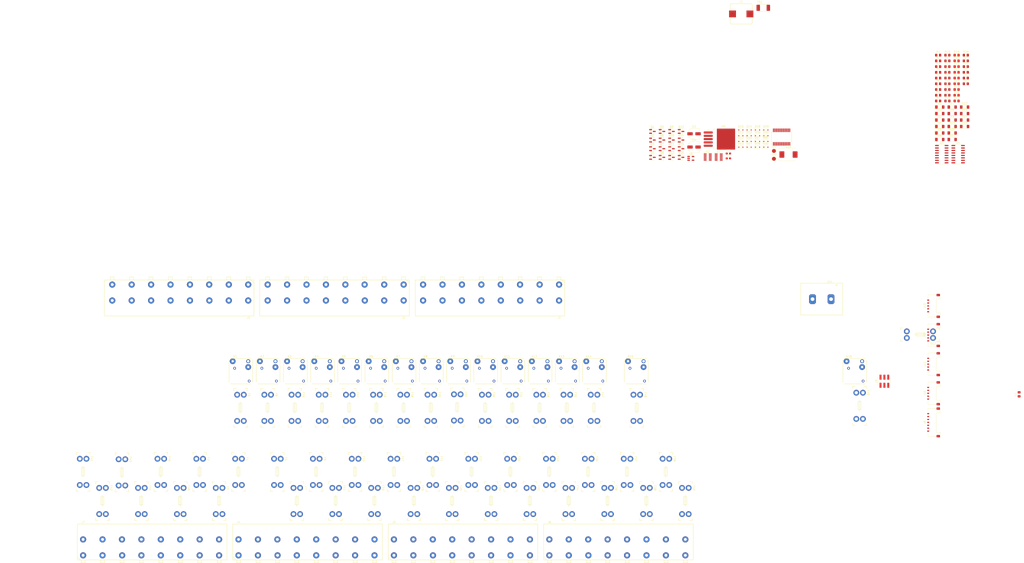
<source format=kicad_pcb>
(kicad_pcb (version 20241229) (generator "pcbnew") (generator_version "9.0")
  (layers (0 "F.Cu" signal) (2 "B.Cu" signal) (13 "F.Paste" user) (15 "B.Paste" user) (5 "F.SilkS" user "F.Silkscreen") (7 "B.SilkS" user "B.Silkscreen") (1 "F.Mask" user) (3 "B.Mask" user) (25 "Edge.Cuts" user))
  (net 0 "")
  (net 1 "GND")
  (net 2 "+5V")
  (net 3 "/status0")
  (net 4 "/status1")
  (net 5 "/status2")
  (net 6 "/status3")
  (net 7 "/status4")
  (net 8 "/status5")
  (net 9 "/status6")
  (net 10 "/status7")
  (net 11 "/status8")
  (net 12 "+12V")
  (net 13 "Net-(D10-A)")
  (net 14 "Net-(D11-A)")
  (net 15 "Net-(D12-A)")
  (net 16 "Net-(D13-A)")
  (net 17 "Net-(D14-A)")
  (net 18 "Net-(D15-A)")
  (net 19 "Net-(D16-A)")
  (net 20 "Net-(D17-A)")
  (net 21 "Net-(D18-A)")
  (net 22 "/status9")
  (net 23 "/status10")
  (net 24 "/status11")
  (net 25 "/status12")
  (net 26 "/status13")
  (net 27 "/status14")
  (net 28 "/status15")
  (net 29 "Net-(D26-A)")
  (net 30 "Net-(D27-A)")
  (net 31 "Net-(D28-A)")
  (net 32 "Net-(D29-A)")
  (net 33 "Net-(D30-A)")
  (net 34 "Net-(D31-A)")
  (net 35 "Net-(D32-A)")
  (net 36 "Net-(F5-Pad1)")
  (net 37 "Net-(F7-Pad1)")
  (net 38 "Net-(F9-Pad1)")
  (net 39 "Net-(F11-Pad1)")
  (net 40 "Net-(F13-Pad1)")
  (net 41 "Net-(F15-Pad1)")
  (net 42 "Net-(F17-Pad1)")
  (net 43 "Net-(F41-Pad1)")
  (net 44 "Net-(F24-Pad1)")
  (net 45 "Net-(F28-Pad1)")
  (net 46 "/en0")
  (net 47 "/en1")
  (net 48 "/en2")
  (net 49 "/en3")
  (net 50 "/en4")
  (net 51 "/en5")
  (net 52 "/en6")
  (net 53 "/en7")
  (net 54 "/en8")
  (net 55 "/en9")
  (net 56 "/en10")
  (net 57 "/en11")
  (net 58 "/en12")
  (net 59 "/en13")
  (net 60 "/en14")
  (net 61 "/en15")
  (net 62 "Net-(U2-COM)")
  (net 63 "VDD")
  (net 64 "Net-(U2-C)")
  (net 65 "Net-(U2-A)")
  (net 66 "Net-(U2-B)")
  (net 67 "Net-(U3-RA1)")
  (net 88 "Net-(U1-~{RST})")
  (net 90 "Net-(U1-LATCH_CLK)")
  (net 93 "Net-(U1-A)")
  (net 97 "Net-(U1-SHIFT_CLK)")
  (net 99 "Net-(U1-SQ_{H})")
  (net 101 "Net-(D33-K)")
  (net 102 "Net-(U5-IN)")
  (net 103 "Net-(F19-Pad1)")
  (net 104 "Net-(F21-Pad1)")
  (net 105 "Net-(F26-Pad1)")
  (net 106 "Net-(F30-Pad1)")
  (net 107 "Net-(F32-Pad1)")
  (net 108 "Net-(F36-Pad1)")
  (net 109 "Net-(J9-Pin_1)")
  (net 110 "Net-(J9-Pin_4)")
  (net 111 "Net-(J9-Pin_5)")
  (net 112 "Net-(J10-Pin_4)")
  (net 113 "Net-(J10-Pin_3)")
  (net 115 "/s_bilge_pump")
  (net 116 "/bilge_pump")
  (net 117 "/main1")
  (net 118 "/12V")
  (net 119 "/main2")
  (net 120 "/main3")
  (net 121 "/autopilot")
  (net 122 "/s_autopilot")
  (net 123 "/bow_light")
  (net 124 "/s_bow_light")
  (net 125 "/stern_light")
  (net 126 "/s_stern_light")
  (net 127 "/steaming_light")
  (net 128 "/s_steaming_light")
  (net 129 "/anchor_light")
  (net 130 "/s_anchor_light")
  (net 131 "/tricolor")
  (net 132 "/s_tricolor")
  (net 133 "/fresh_water_pump")
  (net 134 "/s_fresh_water_pump")
  (net 135 "/fridge")
  (net 136 "/s_fridge")
  (net 137 "/inverter")
  (net 138 "/s_inverter")
  (net 139 "/aux1")
  (net 140 "/s_aux1")
  (net 141 "/aux2")
  (net 142 "/s_aux2")
  (net 143 "/aux3")
  (net 144 "/USB")
  (net 145 "/s_USB")
  (net 146 "/cabin_light1")
  (net 147 "/cabin_light2")
  (net 148 "/deck_light")
  (net 149 "/cockpit_light")
  (net 150 "/chartplotter")
  (net 151 "/VHF")
  (net 152 "/depth_meter")
  (net 153 "/aux_instrument1")
  (net 154 "/aux_instrument2")
  (net 155 "/panel_main1")
  (net 156 "/panel_main2")
  (net 157 "/panel_main3")
  (net 158 "/panel_main4")
  (net 159 "/panel_main5")
  (net 160 "/panel_main6")
  (net 161 "/s_cabin_lights")
  (net 162 "/s_instruments")
  (net 163 "/fuel_tank")
  (net 164 "/fresh_water_tank")
  (net 166 "/ac_power")
  (net 167 "/bilge_float")
  (net 168 "/shore_power")
  (footprint "panel-library:Fuse-Keystone-3557-2" (layer "F.Cu") (at 198.7 222.25 -90)
    (property "Reference" "F7")
    (property "Value" "Fuse")
  )
  (footprint "Package_TO_SOT_SMD:SOT-23" (layer "F.Cu") (at 384.97 43.05)
    (property "Reference" "Q6")
    (property "Value" "2N7002")
  )
  (footprint "Diode_SMD:D_SMC" (layer "F.Cu") (at 450.095 50.5)
    (property "Reference" "D33")
    (property "Value" "B340")
  )
  (footprint "Diode_SMD:D_MiniMELF" (layer "F.Cu") (at 534.37 36.065)
    (property "Reference" "D19")
    (property "Value" "BZV55C5V1")
  )
  (footprint "Package_TO_SOT_SMD:SOT-23" (layer "F.Cu") (at 394.79 47.5)
    (property "Reference" "Q15")
    (property "Value" "2N7002")
  )
  (footprint "Resistor_SMD:R_0805_2012Metric_Pad1.20x1.40mm_HandSolder" (layer "F.Cu") (at 531.88 14.05)
    (property "Reference" "R15")
    (property "Value" "20k")
  )
  (footprint "Resistor_SMD:R_0805_2012Metric_Pad1.20x1.40mm_HandSolder" (layer "F.Cu") (at 527.13 14.05)
    (property "Reference" "R6")
    (property "Value" "100k")
  )
  (footprint "panel-library:Fuse-Keystone-3557-2" (layer "F.Cu") (at 338.7 222.25 -90)
    (property "Reference" "F34")
    (property "Value" "Fuse")
  )
  (footprint "panel-library:Fuse-Keystone-3557-2" (layer "F.Cu") (at 388.7 207.25 -90)
    (property "Reference" "F39")
    (property "Value" "Fuse")
  )
  (footprint "Diode_SMD:D_MiniMELF" (layer "F.Cu") (at 540.765 26.045)
    (property "Reference" "D22")
    (property "Value" "BZV55C5V1")
  )
  (footprint "Resistor_SMD:R_0805_2012Metric_Pad1.20x1.40mm_HandSolder" (layer "F.Cu") (at 531.88 17)
    (property "Reference" "R16")
    (property "Value" "20k")
  )
  (footprint "Resistor_SMD:R_0805_2012Metric_Pad1.20x1.40mm_HandSolder" (layer "F.Cu") (at 536.63 22.9)
    (property "Reference" "R27")
    (property "Value" "20k")
  )
  (footprint "panel-library:Fuse-Keystone-3557-2" (layer "F.Cu") (at 248.7 207.25 -90)
    (property "Reference" "F17")
    (property "Value" "Fuse")
  )
  (footprint "panel-library:Fuse-Keystone-3557-2" (layer "F.Cu") (at 238.7 222.25 -90)
    (property "Reference" "F15")
    (property "Value" "Fuse")
  )
  (footprint "Resistor_SMD:R_0805_2012Metric_Pad1.20x1.40mm_HandSolder" (layer "F.Cu") (at 527.13 22.9)
    (property "Reference" "R9")
    (property "Value" "100k")
  )
  (footprint "panel-library:Fuse-Keystone-3557-2" (layer "F.Cu") (at 348.7 207.25 -90)
    (property "Reference" "F35")
    (property "Value" "Fuse")
  )
  (footprint "Resistor_SMD:R_0805_2012Metric_Pad1.20x1.40mm_HandSolder" (layer "F.Cu") (at 541.38 8.15)
    (property "Reference" "R31")
    (property "Value" "20k")
  )
  (footprint "Package_TO_SOT_SMD:SOT-23" (layer "F.Cu") (at 394.79 51.95)
    (property "Reference" "Q16")
    (property "Value" "2N7002")
  )
  (footprint "Resistor_SMD:R_0805_2012Metric_Pad1.20x1.40mm_HandSolder" (layer "F.Cu") (at 531.88 19.95)
    (property "Reference" "R17")
    (property "Value" "20k")
  )
  (footprint "Package_TO_SOT_SMD:SOT-23" (layer "F.Cu") (at 394.79 38.6)
    (property "Reference" "Q13")
    (property "Value" "2N7002")
  )
  (footprint "Diode_SMD:D_SOD-323" (layer "F.Cu") (at 425.565 40.8)
    (property "Reference" "D11")
    (property "Value" "1N4448WS")
  )
  (footprint "Diode_SMD:D_MiniMELF" (layer "F.Cu") (at 540.765 36.065)
    (property "Reference" "D25")
    (property "Value" "BZV55C5V1")
  )
  (footprint "panel-library:Fuse-Keystone-3557-2" (layer "F.Cu") (at 259 222.25 -90)
    (property "Reference" "F19")
    (property "Value" "Fuse")
  )
  (footprint "panel-library:Fuse-Keystone-3557-2" (layer "F.Cu") (at 524.5 145 180)
    (property "Reference" "F23")
    (property "Value" "Fuse")
  )
  (footprint "Resistor_SMD:R_0805_2012Metric_Pad1.20x1.40mm_HandSolder" (layer "F.Cu") (at 527.13 19.95)
    (property "Reference" "R8")
    (property "Value" "100k")
  )
  (footprint "Resistor_SMD:R_0805_2012Metric_Pad1.20x1.40mm_HandSolder" (layer "F.Cu") (at 536.63 2.25)
    (property "Reference" "R20")
    (property "Value" "100k")
  )
  (footprint "panel-library:Fuse-Keystone-3557-2" (layer "F.Cu") (at 253.7 174.25 -90)
    (property "Reference" "F18")
    (property "Value" "~")
  )
  (footprint "Package_SO:Texas_DYY0016A_TSOT-23-16_2x4.2mm_P0.5mm" (layer "F.Cu") (at 414.17 51.805)
    (property "Reference" "U7")
    (property "Value" "SN74LV4051A")
  )
  (footprint "panel-library:Con-Amphenol-QT08CDP" (layer "F.Cu") (at 247 248.8)
    (property "Reference" "J5")
    (property "Value" "Conn_02x08_Top_Bottom")
  )
  (footprint "Resistor_SMD:R_0805_2012Metric_Pad1.20x1.40mm_HandSolder" (layer "F.Cu") (at 541.38 14.05)
    (property "Reference" "R33")
    (property "Value" "10k")
  )
  (footprint "Resistor_SMD:R_0805_2012Metric_Pad1.20x1.40mm_HandSolder" (layer "F.Cu") (at 536.63 8.15)
    (property "Reference" "R22")
    (property "Value" "100k")
  )
  (footprint "Resistor_SMD:R_0805_2012Metric_Pad1.20x1.40mm_HandSolder" (layer "F.Cu") (at 531.88 22.9)
    (property "Reference" "R18")
    (property "Value" "20k")
  )
  (footprint "Package_TO_SOT_SMD:SOT-23" (layer "F.Cu") (at 384.97 51.95)
    (property "Reference" "Q8")
    (property "Value" "2N7002")
  )
  (footprint "Resistor_SMD:R_0805_2012Metric_Pad1.20x1.40mm_HandSolder" (layer "F.Cu") (at 536.63 19.95)
    (property "Reference" "R26")
    (property "Value" "20k")
  )
  (footprint "Diode_SMD:D_SOD-323" (layer "F.Cu") (at 434.155 40.8)
    (property "Reference" "D26")
    (property "Value" "1N4448WS")
  )
  (footprint "Resistor_SMD:R_0805_2012Metric_Pad1.20x1.40mm_HandSolder" (layer "F.Cu") (at 536.63 14.05)
    (property "Reference" "R24")
    (property "Value" "100k")
  )
  (footprint "panel-library:Fuse-Keystone-3557-2" (layer "F.Cu") (at 398.7 222.25 -90)
    (property "Reference" "F40")
    (property "Value" "Fuse")
  )
  (footprint "panel-library:Relay-TE-V23086-C1xxx" (layer "F.Cu") (at 177.5 157)
    (property "Reference" "K2")
    (property "Value" "G5Q-1")
  )
  (footprint "Diode_SMD:D_SOD-323" (layer "F.Cu") (at 425.565 37.85)
    (property "Reference" "D10")
    (property "Value" "1N4448WS")
  )
  (footprint "Capacitor_SMD:C_0603_1608Metric_Pad1.08x0.95mm_HandSolder" (layer "F.Cu") (at 419.17 49.98)
    (property "Reference" "C3")
    (property "Value" "1uF")
  )
  (footprint "panel-library:Fuse-Keystone-3557-2" (layer "F.Cu") (at 108.7 207.5 -90)
    (property "Reference" "F43")
    (property "Value" "Fuse")
  )
  (footprint "panel-library:Relay-TE-V23086-C1xxx" (layer "F.Cu") (at 205.5 157)
    (property "Reference" "K4")
    (property "Value" "G5Q-1")
  )
  (footprint "Package_TO_SOT_SMD:SOT-23" (layer "F.Cu") (at 389.88 38.6)
    (property "Reference" "Q9")
    (property "Value" "2N7002")
  )
  (footprint "Resistor_SMD:R_0805_2012Metric_Pad1.20x1.40mm_HandSolder" (layer "F.Cu") (at 531.88 5.2)
    (property "Reference" "R12")
    (property "Value" "20k")
  )
  (footprint "Package_TO_SOT_SMD:SOT-23" (layer "F.Cu") (at 384.97 47.5)
    (property "Reference" "Q7")
    (property "Value" "2N7002")
  )
  (footprint "Diode_SMD:D_SOD-323" (layer "F.Cu") (at 438.45 40.8)
    (property "Reference" "D30")
    (property "Value" "1N4448WS")
  )
  (footprint "panel-library:Fuse-Keystone-3557-2" (layer "F.Cu") (at 267.7 174.25 -90)
    (property "Reference" "F20")
    (property "Value" "~")
  )
  (footprint "panel-library:Fuse-Keystone-3557-2" (layer "F.Cu") (at 298.7 222.25 -90)
    (property "Reference" "F29")
    (property "Value" "~")
  )
  (footprint "Diode_SMD:D_SOD-323" (layer "F.Cu") (at 425.565 43.75)
    (property "Reference" "D12")
    (property "Value" "1N4448WS")
  )
  (footprint "Diode_SMD:D_SOD-323" (layer "F.Cu") (at 438.45 43.75)
    (property "Reference" "D31")
    (property "Value" "1N4448WS")
  )
  (footprint "Resistor_SMD:R_0805_2012Metric_Pad1.20x1.40mm_HandSolder" (layer "F.Cu") (at 536.63 5.2)
    (property "Reference" "R21")
    (property "Value" "100k")
  )
  (footprint "panel-library:Fuse-Keystone-3557-2" (layer "F.Cu") (at 309.7 174.25 -90)
    (property "Reference" "F24")
    (property "Value" "Fuse")
  )
  (footprint "panel-library:Fuse-Keystone-3557-2" (layer "F.Cu") (at 228.7 207.25 -90)
    (property "Reference" "F13")
    (property "Value" "Fuse")
  )
  (footprint "panel-library:Fuse-Keystone-3557-2" (layer "F.Cu") (at 268.7 207.25 -90)
    (property "Reference" "F21")
    (property "Value" "Fuse")
  )
  (footprint "panel-library:Fuse-Keystone-3557-2" (layer "F.Cu") (at 373.7 174.25 -90)
    (property "Reference" "F48")
    (property "Value" "~")
  )
  (footprint "Package_SO:SOIC-16_3.9x9.9mm_P1.27mm" (layer "F.Cu") (at 528.98 50.315)
    (property "Reference" "U1")
    (property "Value" "MC74HCT595A")
  )
  (footprint "panel-library:Relay-TE-V23086-C1xxx" (layer "F.Cu") (at 331.5 157)
    (property "Reference" "K13")
    (property "Value" "G5Q-1")
  )
  (footprint "Package_TO_SOT_SMD:SOT-23-5" (layer "F.Cu") (at 399.82 52.475)
    (property "Reference" "U6")
    (property "Value" "XC6210B502MR-G")
  )
  (footprint "panel-library:Fuse-Keystone-3557-2" (layer "F.Cu") (at 337.7 174.25 -90)
    (property "Reference" "F30")
    (property "Value" "Fuse")
  )
  (footprint "TestPoint:TestPoint_Pad_D2.0mm" (layer "F.Cu") (at 442.6 52.7)
    (property "Reference" "TP2")
    (property "Value" "+12VFUSE")
  )
  (footprint "panel-library:Fuse-Keystone-3557-2" (layer "F.Cu") (at 368.7 207.25 -90)
    (property "Reference" "F37")
    (property "Value" "Fuse")
  )
  (footprint "Diode_SMD:D_MiniMELF" (layer "F.Cu") (at 527.975 39.405)
    (property "Reference" "D5")
    (property "Value" "BZV55C5V1")
  )
  (footprint "Resistor_SMD:R_0805_2012Metric_Pad1.20x1.40mm_HandSolder" (layer "F.Cu") (at 527.13 11.1)
    (property "Reference" "R5")
    (property "Value" "100k")
  )
  (footprint "Resistor_SMD:R_0805_2012Metric_Pad1.20x1.40mm_HandSolder" (layer "F.Cu") (at 527.13 2.25)
    (property "Reference" "R2")
    (property "Value" "100k")
  )
  (footprint "panel-library:J_Molex_38710-6302" (layer "F.Cu") (at 467.235 125)
    (property "Reference" "J14")
    (property "Value" "Conn_01x02_Socket")
  )
  (footprint "Resistor_SMD:R_0805_2012Metric_Pad1.20x1.40mm_HandSolder" (layer "F.Cu") (at 527.13 17)
    (property "Reference" "R7")
    (property "Value" "100k")
  )
  (footprint "Diode_SMD:D_MiniMELF" (layer "F.Cu") (at 534.37 39.405)
    (property "Reference" "D20")
    (property "Value" "BZV55C5V1")
  )
  (footprint "Package_TO_SOT_SMD:SOT-23" (layer "F.Cu") (at 380.06 43.05)
    (property "Reference" "Q2")
    (property "Value" "2N7002")
  )
  (footprint "panel-library:Fuse-Keystone-3557-2" (layer "F.Cu") (at 295.7 174.25 -90)
    (property "Reference" "F26")
    (property "Value" "Fuse")
  )
  (footprint "panel-library:SSOP-5.3mm" (layer "F.Cu") (at 446.535 41.5)
    (property "Reference" "U3")
    (property "Value" "PIC18F26Q84-I/SS")
  )
  (footprint "Diode_SMD:D_SOD-323" (layer "F.Cu") (at 425.565 46.7)
    (property "Reference" "D13")
    (property "Value" "1N4448WS")
  )
  (footprint "Connector_Molex:Molex_Pico-Lock_504050-0591_1x05-1MP_P1.50mm_Horizontal" (layer "F.Cu") (at 524.795 158.5 90)
    (property "Reference" "J11")
    (property "Value" "Conn_01x05_Socket")
  )
  (footprint "panel-library:Fuse-Keystone-3557-2" (layer "F.Cu") (at 278.7 222.25 -90)
    (property "Reference" "F25")
    (property "Value" "~")
  )
  (footprint "Diode_SMD:D_SOD-323" (layer "F.Cu") (at 429.86 37.85)
    (property "Reference" "D14")
    (property "Value" "1N4448WS")
  )
  (footprint "Diode_SMD:D_MiniMELF" (layer "F.Cu") (at 534.37 29.385)
    (property "Reference" "D8")
    (property "Value" "BZV55C5V1")
  )
  (footprint "Resistor_SMD:R_0805_2012Metric_Pad1.20x1.40mm_HandSolder" (layer "F.Cu") (at 536.63 -0.7)
    (property "Reference" "R19")
    (property "Value" "100k")
  )
  (footprint "Diode_SMD:D_SOD-323" (layer "F.Cu") (at 434.155 37.85)
    (property "Reference" "D18")
    (property "Value" "1N4448WS")
  )
  (footprint "Diode_SMD:D_MiniMELF" (layer "F.Cu") (at 527.975 32.725)
    (property "Reference" "D3")
    (property "Value" "BZV55C5V1")
  )
  (footprint "Connector_PinHeader_2.00mm:PinHeader_2x03_P2.00mm_Vertical_SMD" (layer "F.Cu") (at 499.46 167.3 90)
    (property "Reference" "J9")
    (property "Value" "Conn_01x05_Socket")
  )
  (footprint "Resistor_SMD:R_0805_2012Metric_Pad1.20x1.40mm_HandSolder" (layer "F.Cu") (at 527.13 5.2)
    (property "Reference" "R3")
    (property "Value" "100k")
  )
  (footprint "panel-library:Relay-TE-V23086-C1xxx" (layer "F.Cu") (at 233.5 157)
    (property "Reference" "K6")
    (property "Value" "G5Q-1")
  )
  (footprint "panel-library:Fuse-Keystone-3557-2" (layer "F.Cu") (at 168.7 207.25 -90)
    (property "Reference" "F4")
    (property "Value" "Fuse")
  )
  (footprint "Package_TO_SOT_SMD:SOT-23" (layer "F.Cu") (at 380.06 51.95)
    (property "Reference" "Q4")
    (property "Value" "2N7002")
  )
  (footprint "Diode_SMD:D_MiniMELF" (layer "F.Cu") (at 540.765 32.725)
    (property "Reference" "D24")
    (property "Value" "BZV55C5V1")
  )
  (footprint "panel-library:Fuse-Keystone-3557-2" (layer "F.Cu") (at 351.7 174.25 -90)
    (property "Reference" "F47")
    (property "Value" "~")
  )
  (footprint "Package_TO_SOT_SMD:SOT-23" (layer "F.Cu") (at 380.06 38.6)
    (property "Reference" "Q1")
    (property "Value" "2N7002")
  )
  (footprint "Resistor_SMD:R_0805_2012Metric_Pad1.20x1.40mm_HandSolder" (layer "F.Cu") (at 536.63 11.1)
    (property "Reference" "R23")
    (property "Value" "100k")
  )
  (footprint "panel-library:Fuse-Keystone-3557-2" (layer "F.Cu") (at 288.7 207.25 -90)
    (property "Reference" "F27")
    (property "Value" "~")
  )
  (footprint "panel-library:Fuse-Keystone-3557-2" (layer "F.Cu") (at 281.3 174.05 -90)
    (property "Reference" "F22")
    (property "Value" "~")
  )
  (footprint "panel-library:Con-Amphenol-QT08CDP" (layer "F.Cu") (at 167 248.8)
    (property "Reference" "J4")
    (property "Value" "Conn_02x08_Top_Bottom")
  )
  (footprint "Resistor_SMD:R_0805_2012Metric_Pad1.20x1.40mm_HandSolder" (layer "F.Cu") (at 527.13 -0.7)
    (property "Reference" "R1")
    (property "Value" "100k")
  )
  (footprint "panel-library:Fuse-Keystone-3557-2" (layer "F.Cu") (at 169.7 174.25 -90)
    (property "Reference" "F6")
    (property "Value" "~")
  )
  (footprint "Diode_SMD:D_MiniMELF" (layer "F.Cu") (at 540.765 29.385)
    (property "Reference" "D23")
    (property "Value" "BZV55C5V1")
  )
  (footprint "panel-library:Relay-TE-V23086-C1xxx" (layer "F.Cu") (at 303.5 157)
    (property "Reference" "K11")
    (property "Value" "G5Q-1")
  )
  (footprint "panel-library:Fuse-Keystone-3557-2" (layer "F.Cu") (at 218.7 222.25 -90)
    (property "Reference" "F11")
    (property "Value" "Fuse")
  )
  (footprint "panel-library:Relay-TE-V23086-C1xxx" (layer "F.Cu") (at 345.5 157)
    (property "Reference" "K14")
    (property "Value" "G5Q-1")
  )
  (footprint "panel-library:Fuse-Keystone-3557-2" (layer "F.Cu") (at 318.7 222.25 -90)
    (property "Reference" "F32")
    (property "Value" "Fuse")
  )
  (footprint "Diode_SMD:D_MiniMELF" (layer "F.Cu") (at 534.37 32.725)
    (property "Reference" "D9")
    (property "Value" "BZV55C5V1")
  )
  (footprint "Resistor_SMD:R_0805_2012Metric_Pad1.20x1.40mm_HandSolder" (layer "F.Cu") (at 531.88 8.15)
    (property "Reference" "R13")
    (property "Value" "20k")
  )
  (footprint "Resistor_SMD:R_0805_2012Metric_Pad1.20x1.40mm_HandSolder" (layer "F.Cu") (at 531.88 11.1)
    (property "Reference" "R14")
    (property "Value" "20k")
  )
  (footprint "Resistor_SMD:R_0805_2012Metric_Pad1.20x1.40mm_HandSolder" (layer "F.Cu") (at 531.88 -0.7)
    (property "Reference" "R10")
    (property "Value" "20k")
  )
  (footprint "Resistor_SMD:R_0805_2012Metric_Pad1.20x1.40mm_HandSolder" (layer "F.Cu") (at 541.38 -0.7)
    (property "Reference" "R28")
    (property "Value" "20k")
  )
  (footprint "panel-library:Fuse-Keystone-3557-2" (layer "F.Cu") (at 98.7 222.25 -90)
    (property "Reference" "F42")
    (property "Value" "Fuse")
  )
  (footprint "panel-library:Fuse-Keystone-3557-2" (layer "F.Cu") (at 328.7 207.25 -90)
    (property "Reference" "F33")
    (property "Value" "Fuse")
  )
  (footprint "panel-library:Con-Amphenol-QT08CDP" (layer "F.Cu") (at 87 248.8)
    (property "Reference" "J7")
    (property "Value" "Conn_02x08_Top_Bottom")
  )
  (footprint "panel-library:Relay-TE-V23086-C1xxx" (layer "F.Cu") (at 479.5 157)
    (property "Reference" "K16")
    (property "Value" "G5Q-1")
  )
  (footprint "Resistor_SMD:R_0805_2012Metric_Pad1.20x1.40mm_HandSolder" (layer "F.Cu") (at 527.13 8.15)
    (property "Reference" "R4")
    (property "Value" "100k")
  )
  (footprint "panel-library:Fuse-Keystone-3557-2" (layer "F.Cu") (at 188.7 207.25 -90)
    (property "Reference" "F5")
    (property "Value" "Fuse")
  )
  (footprint "panel-library:F_Yageo_SMDL1812B260TF" (layer "F.Cu") (at 437.12 -25.091)
    (property "Reference" "F51")
    (property "Value" "Polyfuse")
  )
  (footprint "Package_TO_SOT_SMD:SOT-23" (layer "F.Cu") (at 384.97 38.6)
    (property "Reference" "Q5")
    (property "Value" "2N7002")
  )
  (footprint "panel-library:Fuse-Keystone-3557-2" (layer "F.Cu") (at 148.7 207.25 -90)
    (property "Reference" "F2")
    (property "Value" "Fuse")
  )
  (footprint "Diode_SMD:D_SOD-323" (layer "F.Cu") (at 438.45 46.7)
    (property "Reference" "D32")
    (property "Value" "1N4448WS")
  )
  (footprint "Package_TO_SOT_SMD:SOT-23" (layer "F.Cu") (at 389.88 51.95)
    (property "Reference" "Q12")
    (property "Value" "2N7002")
  )
  (footprint "Diode_SMD:D_SOD-323" (layer "F.Cu") (at 429.86 43.75)
    (property "Reference" "D16")
    (property "Value" "1N4448WS")
  )
  (footprint "panel-library:Fuse-Keystone-3557-2" (layer "F.Cu") (at 158.7 222.25 -90)
    (property "Reference" "F3")
    (property "Value" "Fuse")
  )
  (footprint "panel-library:Relay-TE-V23086-C1xxx" (layer "F.Cu") (at 275.5 157)
    (property "Reference" "K9")
    (property "Value" "G5Q-1")
  )
  (footprint "panel-library:Con-Amphenol-QT08CDP" (layer "F.Cu") (at 327 248.8)
    (property "Reference" "J6")
    (property "Value" "Conn_02x08_Top_Bottom")
  )
  (footprint "panel-library:Fuse-Keystone-3557-2" (layer "F.Cu") (at 239.7 174.25 -90)
    (property "Reference" "F16")
    (property "Value" "~")
  )
  (footprint "panel-library:Fuse-Keystone-3557-2" (layer "F.Cu") (at 197.7 174.25 -90)
    (property "Reference" "F10")
    (property "Value" "~")
  )
  (footprint "Diode_SMD:D_MiniMELF" (layer "F.Cu") (at 534.37 42.745)
    (property "Reference" "D21")
    (property "Value" "BZV55C5V1")
  )
  (footprint "panel-library:Relay-TE-V23086-C1xxx" (layer "F.Cu") (at 317.5 157)
    (property "Reference" "K12")
    (property "Value" "G5Q-1")
  )
  (footprint "panel-library:Fuse-Keystone-3557-2" (layer "F.Cu") (at 378.7 222.25 -90)
    (property "Reference" "F38")
    (property "Value" "Fuse")
  )
  (footprint "Package_SO:Texas_DYY0016A_TSOT-23-16_2x4.2mm_P0.5mm" (layer "F.Cu") (at 408.52 51.805)
    (property "Reference" "U2")
    (property "Value" "SN74LV4051A")
  )
  (footprint "Connector_Molex:Molex_Pico-Lock_504050-0591_1x05-1MP_P1.50mm_Horizontal" (layer "F.Cu") (at 524.795 128.5 90)
    (property "Reference" "J13")
    (property "Value" "Conn_01x05_Socket")
  )
  (footprint "panel-library:Fuse-Keystone-3557-2" (layer "F.Cu") (at 208.7 207.25 -90)
    (property "Reference" "F9")
    (property "Value" "Fuse")
  )
  (footprint "Diode_SMD:D_SOD-323" (layer "F.Cu") (at 434.155 46.7)
    (property "Reference" "D28")
    (property "Value" "1N4448WS")
  )
  (footprint "Diode_SMD:D_SOD-323" (layer "F.Cu") (at 429.86 40.8)
    (property "Reference" "D15")
    (property "Value" "1N4448WS")
  )
  (footprint "Resistor_SMD:R_0805_2012Metric_Pad1.20x1.40mm_HandSolder" (layer "F.Cu") (at 541.38 11.1)
    (property "Reference" "R32")
    (property "Value" "20k")
  )
  (footprint "panel-library:Fuse-Keystone-3557-2" (layer "F.Cu") (at 323.7 174.25 -90)
    (property "Reference" "F28")
    (property "Value" "Fuse")
  )
  (footprint "Package_SO:SOIC-16_3.9x9.9mm_P1.27mm" (layer "F.Cu") (at 537.43 50.315)
    (property "Reference" "U4")
    (property "Value" "MC74HCT595A")
  )
  (footprint "panel-library:Con-Amphenol-QT08CDP" (layer "F.Cu") (at 172 125.7 180)
    (property "Reference" "J3")
    (property "Value" "Conn_02x08_Top_Bottom")
  )
  (footprint "panel-library:Fuse-Keystone-3557-2" (layer "F.Cu") (at 88.7 207.25 -90)
    (property "Reference" "F41")
    (property "Value" "Fuse")
  )
  (footprint "Diode_SMD:D_MiniMELF" (layer "F.Cu") (at 527.975 29.385)
    (property "Reference" "D2")
    (property "Value" "BZV55C5V1")
  )
  (footprint "panel-library:Relay-TE-V23086-C1xxx" (layer "F.Cu") (at 261.5 157)
    (property "Reference" "K8")
    (property "Value" "G5Q-1")
  )
  (footprint "Resistor_SMD:R_0805_2012Metric_Pad1.20x1.40mm_HandSolder" (layer "F.Cu") (at 541.38 5.2)
    (property "Reference" "R30")
    (property "Value" "20k")
  )
  (footprint "panel-library:Fuse-Keystone-3557-2" (layer "F.Cu") (at 138.7 222.25 -90)
    (property "Reference" "F46")
    (property "Value" "Fuse")
  )
  (footprint "Package_TO_SOT_SMD:SOT-23" (layer "F.Cu") (at 394.79 43.05)
    (property "Reference" "Q14")
    (property "Value" "2N7002")
  )
  (footprint "panel-library:Fuse-Keystone-3557-2" (layer "F.Cu") (at 128.7 207.25 -90)
    (property "Reference" "F45")
    (property "Value" "Fuse")
  )
  (footprint "Capacitor_SMD:C_Elec_5x5.4" (layer "F.Cu") (at 401.47 46.65)
    (property "Reference" "C4")
    (property "Value" "4.7uF x 16V")
  )
  (footprint "panel-library:Fuse-Keystone-3557-2" (layer "F.Cu") (at 358.7 222.25 -90)
    (property "Reference" "F36")
    (property "Value" "Fuse")
  )
  (footprint "Diode_SMD:D_SOD-323" (layer "F.Cu") (at 438.45 37.85)
    (property "Reference" "D29")
    (property "Value" "1N4448WS")
  )
  (footprint "panel-library:Con-Amphenol-QT08CDP" (layer "F.Cu") (at 252 125.7 180)
    (property "Reference" "J1")
    (property "Value" "Conn_02x08_Top_Bottom")
  )
  (footprint "TestPoint:TestPoint_Pad_D2.0mm" (layer "F.Cu") (at 442.6 48.65)
    (property "Reference" "TP1")
    (property "Value" "5V")
  )
  (footprint "panel-library:Relay-TE-V23086-C1xxx" (layer "F.Cu") (at 247.5 157)
    (property "Reference" "K7")
    (property "Value" "G5Q-1")
  )
  (footprint "panel-library:Relay-TE-V23086-C1xxx" (layer "F.Cu") (at 163.5 157)
    (property "Reference" "K1")
    (property "Value" "G5Q-1")
  )
  (footprint "Capacitor_SMD:C_0603_1608Metric_Pad1.08x0.95mm_HandSolder" (layer "F.Cu") (at 419.17 52.49)
    (property "Reference" "C5")
    (property "Value" "1uF")
  )
  (footprint "Package_TO_SOT_SMD:TO-263-5_TabPin3" (layer "F.Cu") (at 416.42 42.55)
    (property "Reference" "U5")
    (property "Value" "AP1501-50")
  )
  (footprint "panel-library:Relay-TE-V23086-C1xxx" (layer "F.Cu") (at 191.5 157)
    (property "Reference" "K3")
    (property "Value" "G5Q-1")
  )
  (footprint "Diode_SMD:D_SOD-323" (layer "F.Cu") (at 434.155 43.75)
    (property "Reference" "D27")
    (property "Value" "1N4448WS")
  )
  (footprint "panel-library:Fuse-Keystone-3557-2" (layer "F.Cu") (at 118.7 222.25 -90)
    (property "Reference" "F44")
    (property "Value" "Fuse")
  )
  (footprint "Diode_SMD:D_MiniMELF" (layer "F.Cu") (at 527.975 26.045)
    (property "Reference" "D1")
    (property "Value" "BZV55C5V1")
  )
  (footprint "panel-library:Relay-TE-V23086-C1xxx" (layer "F.Cu") (at 367 157)
    (property "Reference" "K15")
    (property "Value" "G5Q-1")
  )
  (footprint "panel-library:Fuse-Keystone-3557-2" (layer "F.Cu") (at 183.7 174.25 -90)
    (property "Reference" "F8")
    (property "Value" "~")
  )
  (footprint "Capacitor_SMD:C_Elec_5x5.4" (layer "F.Cu") (at 401.47 39.8)
    (property "Reference" "C2")
    (property "Value" "4.7uFx50V")
  )
  (footprint "Resistor_SMD:R_0805_2012Metric_Pad1.20x1.40mm_HandSolder" (layer "F.Cu") (at 541.38 2.25)
    (property "Reference" "R29")
    (property "Value" "20k")
  )
  (footprint "Resistor_SMD:R_0805_2012Metric_Pad1.20x1.40mm_HandSolder" (layer "F.Cu") (at 536.63 17)
    (property "Reference" "R25")
    (property "Value" "100k")
  )
  (footprint "Capacitor_SMD:C_0805_2012Metric_Pad1.18x1.45mm_HandSolder" (layer "F.Cu") (at 568.805 174.045 90)
    (property "Reference" "C1")
    (property "Value" "100nF")
  )
  (footprint "Connector_Molex:Molex_Pico-Lock_504050-0591_1x05-1MP_P1.50mm_Horizontal" (layer "F.Cu") (at 524.795 173.5 90)
    (property "Reference" "J10")
    (property "Value" "Conn_01x05_Socket")
  )
  (footprint "Diode_SMD:D_MiniMELF" (layer "F.Cu") (at 534.37 26.045)
    (property "Reference" "D7")
    (property "Value" "BZV55C5V1")
  )
  (footprint "panel-library:Relay-TE-V23086-C1xxx" (layer "F.Cu") (at 219.5 157)
    (property "Reference" "K5")
    (property "Value" "G5Q-1")
  )
  (footprint "Package_TO_SOT_SMD:SOT-23" (layer "F.Cu") (at 389.88 43.05)
    (property "Reference" "Q10")
    (property "Value" "2N7002")
  )
  (footprint "panel-library:Fuse-Keystone-3557-2" (layer "F.Cu") (at 225.7 174.25 -90)
    (property "Reference" "F14")
    (property "Value" "~")
  )
  (footprint "Diode_SMD:D_MiniMELF" (layer "F.Cu") (at 527.975 42.745)
    (property "Reference" "D6")
    (property "Value" "BZV55C5V1")
  )
  (footprint "panel-library:Fuse-Keystone-3557-2" (layer "F.Cu") (at 308.7 207.25 -90)
    (property "Reference" "F31")
    (property "Value" "~")
  )
  (footprint "panel-library:Con-Amphenol-QT08CDP" (layer "F.Cu") (at 332 125.7 180)
    (property "Reference" "J2")
    (property "Value" "Conn_02x08_Top_Bottom")
  )
  (footprint "Package_TO_SOT_SMD:SOT-23" (layer "F.Cu") (at 389.88 47.5)
    (property "Reference" "Q11")
    (property "Value" "2N7002")
  )
  (footprint "Package_TO_SOT_SMD:SOT-23" (layer "F.Cu") (at 380.06 47.5)
    (property "Reference" "Q3")
    (property "Value" "2N7002")
  )
  (footprint "Diode_SMD:D_SOD-323" (layer "F.Cu") (at 429.86 46.7)
    (property "Reference" "D17")
    (property "Value" "1N4448WS")
  )
  (footprint "Diode_SMD:D_MiniMELF" (layer "F.Cu") (at 527.975 36.065)
    (property "Reference" "D4")
    (property "Value" "BZV55C5V1")
  )
  (footprint "panel-library:L_Abracon_AMDLA1004S-330MT" (layer "F.Cu") (at 425.76 -21.95)
    (property "Reference" "L1")
    (property "Value" "33uH x 3A")
  )
  (footprint "panel-library:Fuse-Keystone-3557-2" (layer "F.Cu") (at 211.7 174.25 -90)
    (property "Reference" "F12")
    (property "Value" "~")
  )
  (footprint "panel-library:Relay-TE-V23086-C1xxx" (layer "F.Cu") (at 289.5 157)
    (property "Reference" "K10")
    (property "Value" "G5Q-1")
  )
  (footprint "Resistor_SMD:R_0805_2012Metric_Pad1.20x1.40mm_HandSolder" (layer "F.Cu") (at 531.88 2.25)
    (property "Reference" "R11")
    (property "Value" "20k")
  )
  (footprint "Connector_Molex:Molex_Pico-Lock_504050-0791_1x07-1MP_P1.50mm_Horizontal" (layer "F.Cu") (at 524.795 188.5 90)
    (property "Reference" "J8")
    (property "Value" "Conn_01x05_Socket")
  )
  (footprint "panel-library:Fuse-Keystone-3557-2" (layer "F.Cu") (at 488.4 173.2 -90)
    (property "Reference" "F49")
    (property "Value" "~")
  )
  (footprint "Connector_Molex:Molex_Pico-Lock_504050-0591_1x05-1MP_P1.50mm_Horizontal" (layer "F.Cu") (at 524.795 143.5 90)
    (property "Reference" "J12")
    (property "Value" "Conn_01x05_Socket")
  )
)
</source>
